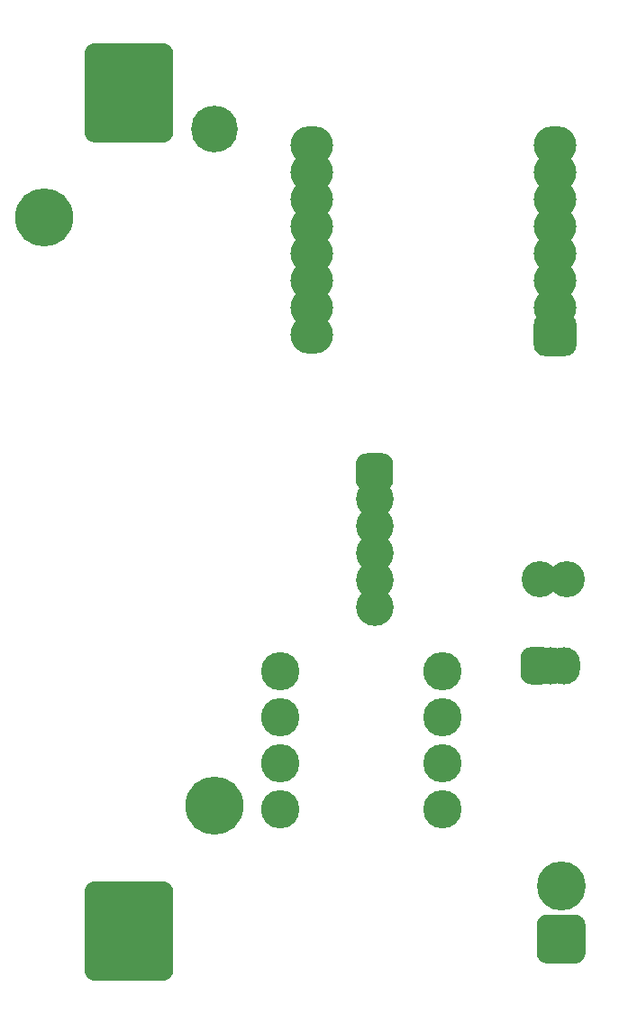
<source format=gbr>
%TF.GenerationSoftware,KiCad,Pcbnew,5.1.12-84ad8e8a86~92~ubuntu16.04.1*%
%TF.CreationDate,2023-12-01T21:15:30-03:00*%
%TF.ProjectId,BlackBox,426c6163-6b42-46f7-982e-6b696361645f,rev?*%
%TF.SameCoordinates,Original*%
%TF.FileFunction,Soldermask,Top*%
%TF.FilePolarity,Negative*%
%FSLAX46Y46*%
G04 Gerber Fmt 4.6, Leading zero omitted, Abs format (unit mm)*
G04 Created by KiCad (PCBNEW 5.1.12-84ad8e8a86~92~ubuntu16.04.1) date 2023-12-01 21:15:30*
%MOMM*%
%LPD*%
G01*
G04 APERTURE LIST*
%ADD10O,3.050000X3.500000*%
%ADD11C,3.600000*%
%ADD12O,3.600000X3.600000*%
%ADD13C,3.524000*%
%ADD14C,5.450000*%
%ADD15C,4.390000*%
%ADD16C,3.400000*%
%ADD17C,4.600000*%
%ADD18O,4.000000X3.600000*%
G04 APERTURE END LIST*
%TO.C,U2*%
G36*
G01*
X153161000Y-120384001D02*
X153161000Y-118883999D01*
G75*
G02*
X154160999Y-117884000I999999J0D01*
G01*
X155211001Y-117884000D01*
G75*
G02*
X156211000Y-118883999I0J-999999D01*
G01*
X156211000Y-120384001D01*
G75*
G02*
X155211001Y-121384000I-999999J0D01*
G01*
X154160999Y-121384000D01*
G75*
G02*
X153161000Y-120384001I0J999999D01*
G01*
G37*
D10*
X157226000Y-119634000D03*
X155956000Y-119634000D03*
%TD*%
D11*
%TO.C,R3*%
X130540000Y-120142000D03*
D12*
X145780000Y-120142000D03*
%TD*%
%TO.C,R2*%
X130540000Y-124460000D03*
D11*
X145780000Y-124460000D03*
%TD*%
D12*
%TO.C,R1*%
X130540000Y-128778000D03*
D11*
X145780000Y-128778000D03*
%TD*%
%TO.C,A1*%
G36*
G01*
X137678000Y-102232000D02*
X137678000Y-100708000D01*
G75*
G02*
X138678000Y-99708000I1000000J0D01*
G01*
X140202000Y-99708000D01*
G75*
G02*
X141202000Y-100708000I0J-1000000D01*
G01*
X141202000Y-102232000D01*
G75*
G02*
X140202000Y-103232000I-1000000J0D01*
G01*
X138678000Y-103232000D01*
G75*
G02*
X137678000Y-102232000I0J1000000D01*
G01*
G37*
D13*
X139440000Y-104010000D03*
X139440000Y-106550000D03*
X139440000Y-109090000D03*
X139440000Y-111630000D03*
X139440000Y-114170000D03*
%TD*%
%TO.C,BT1*%
G36*
G01*
X113185000Y-61210000D02*
X119535000Y-61210000D01*
G75*
G02*
X120535000Y-62210000I0J-1000000D01*
G01*
X120535000Y-69550000D01*
G75*
G02*
X119535000Y-70550000I-1000000J0D01*
G01*
X113185000Y-70550000D01*
G75*
G02*
X112185000Y-69550000I0J1000000D01*
G01*
X112185000Y-62210000D01*
G75*
G02*
X113185000Y-61210000I1000000J0D01*
G01*
G37*
G36*
G01*
X113185000Y-139870000D02*
X119535000Y-139870000D01*
G75*
G02*
X120535000Y-140870000I0J-1000000D01*
G01*
X120535000Y-148210000D01*
G75*
G02*
X119535000Y-149210000I-1000000J0D01*
G01*
X113185000Y-149210000D01*
G75*
G02*
X112185000Y-148210000I0J1000000D01*
G01*
X112185000Y-140870000D01*
G75*
G02*
X113185000Y-139870000I1000000J0D01*
G01*
G37*
D14*
X124360000Y-132810000D03*
X108360000Y-77610000D03*
D15*
X124360000Y-69280000D03*
%TD*%
D16*
%TO.C,C1*%
X157480000Y-111506000D03*
X154980000Y-111506000D03*
%TD*%
D11*
%TO.C,R4*%
X145780000Y-133096000D03*
D12*
X130540000Y-133096000D03*
%TD*%
%TO.C,SW1*%
G36*
G01*
X158272000Y-147588000D02*
X155672000Y-147588000D01*
G75*
G02*
X154672000Y-146588000I0J1000000D01*
G01*
X154672000Y-143988000D01*
G75*
G02*
X155672000Y-142988000I1000000J0D01*
G01*
X158272000Y-142988000D01*
G75*
G02*
X159272000Y-143988000I0J-1000000D01*
G01*
X159272000Y-146588000D01*
G75*
G02*
X158272000Y-147588000I-1000000J0D01*
G01*
G37*
D17*
X156972000Y-140288000D03*
%TD*%
D18*
%TO.C,U1*%
X156410000Y-86030000D03*
G36*
G01*
X158410000Y-87570000D02*
X158410000Y-89570000D01*
G75*
G02*
X157410000Y-90570000I-1000000J0D01*
G01*
X155410000Y-90570000D01*
G75*
G02*
X154410000Y-89570000I0J1000000D01*
G01*
X154410000Y-87570000D01*
G75*
G02*
X155410000Y-86570000I1000000J0D01*
G01*
X157410000Y-86570000D01*
G75*
G02*
X158410000Y-87570000I0J-1000000D01*
G01*
G37*
X156410000Y-83490000D03*
X156410000Y-80950000D03*
X156410000Y-78410000D03*
X156410000Y-75870000D03*
X156410000Y-73330000D03*
X156410000Y-70790000D03*
X133550000Y-70790000D03*
X133550000Y-73330000D03*
X133550000Y-75870000D03*
X133550000Y-78410000D03*
X133550000Y-80950000D03*
X133550000Y-83490000D03*
X133550000Y-86030000D03*
X133550000Y-88570000D03*
%TD*%
M02*

</source>
